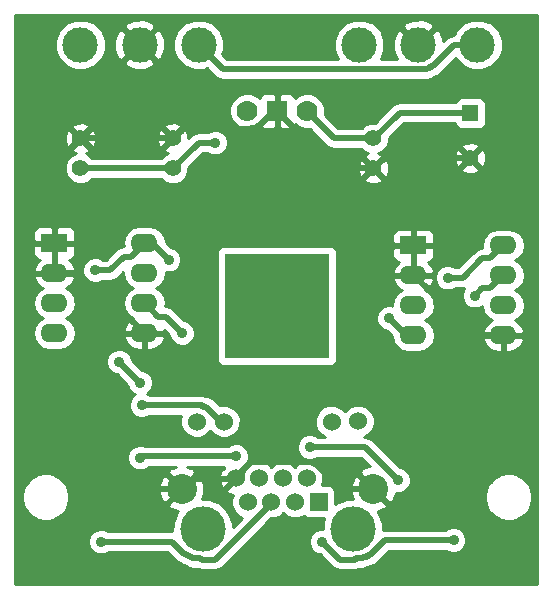
<source format=gbl>
G04 (created by PCBNEW (2013-07-07 BZR 4022)-stable) date 2014-10-22 23:03:19*
%MOIN*%
G04 Gerber Fmt 3.4, Leading zero omitted, Abs format*
%FSLAX34Y34*%
G01*
G70*
G90*
G04 APERTURE LIST*
%ADD10C,0.00393701*%
%ADD11C,0.11811*%
%ADD12C,0.055*%
%ADD13R,0.09X0.062*%
%ADD14O,0.09X0.062*%
%ADD15R,0.35X0.35*%
%ADD16C,0.07*%
%ADD17R,0.07X0.07*%
%ADD18C,0.1516*%
%ADD19C,0.06*%
%ADD20C,0.1*%
%ADD21R,0.06X0.06*%
%ADD22R,0.055X0.055*%
%ADD23C,0.035*%
%ADD24C,0.0197*%
%ADD25C,0.01*%
G04 APERTURE END LIST*
G54D10*
G54D11*
X52362Y-49133D03*
X56299Y-49133D03*
X54330Y-49133D03*
X61653Y-49133D03*
X65590Y-49133D03*
X63622Y-49133D03*
G54D12*
X52362Y-52255D03*
X52362Y-53255D03*
X62125Y-53255D03*
X62125Y-52255D03*
G54D13*
X63460Y-55822D03*
G54D14*
X63460Y-56822D03*
X63460Y-57822D03*
X63460Y-58822D03*
X66460Y-58822D03*
X66460Y-57822D03*
X66460Y-56822D03*
X66460Y-55822D03*
G54D13*
X51492Y-55744D03*
G54D14*
X51492Y-56744D03*
X51492Y-57744D03*
X51492Y-58744D03*
X54492Y-58744D03*
X54492Y-57744D03*
X54492Y-56744D03*
X54492Y-55744D03*
G54D15*
X58917Y-57839D03*
G54D16*
X59917Y-51339D03*
G54D17*
X58917Y-51339D03*
G54D16*
X57917Y-51339D03*
G54D18*
X61437Y-65276D03*
X56437Y-65276D03*
G54D19*
X57540Y-63583D03*
X57934Y-64370D03*
X58327Y-63583D03*
X58721Y-64370D03*
X59115Y-63583D03*
X59508Y-64370D03*
X59902Y-63583D03*
G54D20*
X62126Y-63937D03*
X55729Y-63937D03*
G54D19*
X57146Y-61693D03*
X60729Y-61693D03*
X56241Y-61693D03*
X61615Y-61683D03*
G54D21*
X60296Y-64370D03*
G54D22*
X65354Y-51415D03*
G54D12*
X65354Y-52915D03*
X55433Y-53255D03*
X55433Y-52255D03*
G54D23*
X55300Y-56300D03*
X64600Y-56900D03*
X52850Y-56650D03*
X56850Y-52400D03*
X53250Y-62500D03*
X62650Y-58250D03*
X65500Y-57500D03*
X62950Y-63650D03*
X60000Y-62550D03*
X60400Y-65700D03*
X64800Y-65650D03*
X55750Y-58750D03*
X53050Y-65700D03*
X54350Y-62900D03*
X57550Y-62850D03*
X54350Y-60400D03*
X53650Y-59700D03*
X54400Y-61150D03*
G54D24*
X55300Y-56300D02*
X54750Y-55750D01*
X54750Y-55750D02*
X54500Y-55750D01*
X54500Y-55750D02*
X54492Y-55744D01*
X66460Y-55822D02*
X66450Y-55800D01*
X66450Y-55800D02*
X66000Y-56250D01*
X66000Y-56250D02*
X65750Y-56250D01*
X65750Y-56250D02*
X65100Y-56900D01*
X65100Y-56900D02*
X64600Y-56900D01*
X54492Y-55744D02*
X54500Y-55750D01*
X54500Y-55750D02*
X54050Y-56200D01*
X54050Y-56200D02*
X53800Y-56200D01*
X53800Y-56200D02*
X53350Y-56650D01*
X53350Y-56650D02*
X52850Y-56650D01*
X55433Y-53255D02*
X55450Y-53250D01*
X55450Y-53250D02*
X56300Y-52400D01*
X56300Y-52400D02*
X56850Y-52400D01*
X56299Y-49133D02*
X56300Y-49150D01*
X56300Y-49150D02*
X57100Y-49950D01*
X57100Y-49950D02*
X63900Y-49950D01*
X63900Y-49950D02*
X63950Y-49900D01*
X63950Y-49900D02*
X64000Y-49900D01*
X64000Y-49900D02*
X64050Y-49850D01*
X64050Y-49850D02*
X64100Y-49850D01*
X64100Y-49850D02*
X64800Y-49150D01*
X64800Y-49150D02*
X65600Y-49150D01*
X65600Y-49150D02*
X65590Y-49133D01*
X55433Y-53255D02*
X55450Y-53250D01*
X55450Y-53250D02*
X52350Y-53250D01*
X52350Y-53250D02*
X52362Y-53255D01*
X53250Y-62500D02*
X54700Y-63950D01*
X54700Y-63950D02*
X55750Y-63950D01*
X55750Y-63950D02*
X55729Y-63937D01*
X63460Y-56822D02*
X63450Y-56800D01*
X63450Y-56800D02*
X63900Y-57250D01*
X63900Y-57250D02*
X64150Y-57250D01*
X64150Y-57250D02*
X65700Y-58800D01*
X65700Y-58800D02*
X66450Y-58800D01*
X66450Y-58800D02*
X66460Y-58822D01*
X54492Y-58744D02*
X54500Y-58750D01*
X54500Y-58750D02*
X54050Y-58300D01*
X54050Y-58300D02*
X53800Y-58300D01*
X53800Y-58300D02*
X52250Y-56750D01*
X52250Y-56750D02*
X51500Y-56750D01*
X51500Y-56750D02*
X51492Y-56744D01*
X58917Y-51339D02*
X58900Y-51350D01*
X58900Y-51350D02*
X60800Y-53250D01*
X60800Y-53250D02*
X62150Y-53250D01*
X62150Y-53250D02*
X62125Y-53255D01*
X55433Y-52255D02*
X55450Y-52250D01*
X55450Y-52250D02*
X55750Y-51950D01*
X55750Y-51950D02*
X58000Y-51950D01*
X58000Y-51950D02*
X58050Y-51900D01*
X58050Y-51900D02*
X58200Y-51900D01*
X58200Y-51900D02*
X58300Y-51800D01*
X58300Y-51800D02*
X58350Y-51800D01*
X58350Y-51800D02*
X58800Y-51350D01*
X58800Y-51350D02*
X58900Y-51350D01*
X58900Y-51350D02*
X58917Y-51339D01*
X57540Y-63583D02*
X57550Y-63600D01*
X57550Y-63600D02*
X57550Y-63550D01*
X57550Y-63550D02*
X58050Y-63050D01*
X58050Y-63050D02*
X60100Y-63050D01*
X60100Y-63050D02*
X60150Y-63100D01*
X60150Y-63100D02*
X60200Y-63100D01*
X60200Y-63100D02*
X61050Y-63950D01*
X61050Y-63950D02*
X62150Y-63950D01*
X62150Y-63950D02*
X62126Y-63937D01*
X62125Y-53255D02*
X62150Y-53250D01*
X62150Y-53250D02*
X62500Y-52900D01*
X62500Y-52900D02*
X65350Y-52900D01*
X65350Y-52900D02*
X65354Y-52915D01*
X52362Y-52255D02*
X52350Y-52250D01*
X52350Y-52250D02*
X55450Y-52250D01*
X55450Y-52250D02*
X55433Y-52255D01*
X55729Y-63937D02*
X55750Y-63950D01*
X55750Y-63950D02*
X56100Y-63600D01*
X56100Y-63600D02*
X57550Y-63600D01*
X57550Y-63600D02*
X57540Y-63583D01*
X62650Y-58250D02*
X63200Y-58800D01*
X63200Y-58800D02*
X63450Y-58800D01*
X63450Y-58800D02*
X63460Y-58822D01*
X66460Y-56822D02*
X66450Y-56800D01*
X66450Y-56800D02*
X66000Y-57250D01*
X66000Y-57250D02*
X65750Y-57250D01*
X65750Y-57250D02*
X65500Y-57500D01*
X62950Y-63650D02*
X61850Y-62550D01*
X61850Y-62550D02*
X60000Y-62550D01*
X60400Y-65700D02*
X61000Y-66300D01*
X61000Y-66300D02*
X61500Y-66300D01*
X61500Y-66300D02*
X61550Y-66250D01*
X61550Y-66250D02*
X61750Y-66250D01*
X61750Y-66250D02*
X61800Y-66200D01*
X61800Y-66200D02*
X61900Y-66200D01*
X61900Y-66200D02*
X61950Y-66150D01*
X61950Y-66150D02*
X62000Y-66150D01*
X62000Y-66150D02*
X62500Y-65650D01*
X62500Y-65650D02*
X64800Y-65650D01*
X54492Y-57744D02*
X54500Y-57750D01*
X54500Y-57750D02*
X54950Y-58200D01*
X54950Y-58200D02*
X55200Y-58200D01*
X55200Y-58200D02*
X55750Y-58750D01*
X58721Y-64370D02*
X58700Y-64350D01*
X58700Y-64350D02*
X58700Y-64450D01*
X58700Y-64450D02*
X56850Y-66300D01*
X56850Y-66300D02*
X56400Y-66300D01*
X56400Y-66300D02*
X56350Y-66250D01*
X56350Y-66250D02*
X56100Y-66250D01*
X56100Y-66250D02*
X56050Y-66200D01*
X56050Y-66200D02*
X56000Y-66200D01*
X56000Y-66200D02*
X55950Y-66150D01*
X55950Y-66150D02*
X55900Y-66150D01*
X55900Y-66150D02*
X55850Y-66100D01*
X55850Y-66100D02*
X55800Y-66100D01*
X55800Y-66100D02*
X55400Y-65700D01*
X55400Y-65700D02*
X53050Y-65700D01*
X62125Y-52255D02*
X62150Y-52250D01*
X62150Y-52250D02*
X63000Y-51400D01*
X63000Y-51400D02*
X65350Y-51400D01*
X65350Y-51400D02*
X65354Y-51415D01*
X59917Y-51339D02*
X59900Y-51350D01*
X59900Y-51350D02*
X60800Y-52250D01*
X60800Y-52250D02*
X62150Y-52250D01*
X62150Y-52250D02*
X62125Y-52255D01*
X54350Y-62900D02*
X54400Y-62850D01*
X54400Y-62850D02*
X57550Y-62850D01*
X54350Y-60400D02*
X53650Y-59700D01*
X54400Y-61150D02*
X56400Y-61150D01*
X56400Y-61150D02*
X56450Y-61200D01*
X56450Y-61200D02*
X56550Y-61200D01*
X56550Y-61200D02*
X57050Y-61700D01*
X57050Y-61700D02*
X57150Y-61700D01*
X57150Y-61700D02*
X57146Y-61693D01*
G54D10*
G36*
X67588Y-67116D02*
X67425Y-67116D01*
X67425Y-64276D01*
X67425Y-64213D01*
X67425Y-64149D01*
X67425Y-64149D01*
X67425Y-64149D01*
X67389Y-63968D01*
X67389Y-63968D01*
X67341Y-63851D01*
X67238Y-63697D01*
X67174Y-63633D01*
X67174Y-57822D01*
X67131Y-57608D01*
X67010Y-57426D01*
X66854Y-57322D01*
X67010Y-57218D01*
X67131Y-57037D01*
X67174Y-56822D01*
X67131Y-56608D01*
X67010Y-56426D01*
X66854Y-56322D01*
X67010Y-56218D01*
X67131Y-56037D01*
X67174Y-55822D01*
X67131Y-55608D01*
X67010Y-55426D01*
X66828Y-55305D01*
X66614Y-55262D01*
X66431Y-55262D01*
X66431Y-48967D01*
X66303Y-48658D01*
X66067Y-48421D01*
X65758Y-48293D01*
X65424Y-48293D01*
X65115Y-48420D01*
X64878Y-48657D01*
X64818Y-48801D01*
X64800Y-48801D01*
X64799Y-48801D01*
X64666Y-48828D01*
X64553Y-48903D01*
X64553Y-48903D01*
X64460Y-48997D01*
X64459Y-48950D01*
X64343Y-48671D01*
X64218Y-48608D01*
X64147Y-48679D01*
X64147Y-48537D01*
X64084Y-48412D01*
X63773Y-48290D01*
X63438Y-48296D01*
X63159Y-48412D01*
X63096Y-48537D01*
X63622Y-49063D01*
X64147Y-48537D01*
X64147Y-48679D01*
X63692Y-49133D01*
X63698Y-49139D01*
X63627Y-49210D01*
X63622Y-49204D01*
X63616Y-49210D01*
X63545Y-49139D01*
X63551Y-49133D01*
X63025Y-48608D01*
X62900Y-48671D01*
X62778Y-48982D01*
X62784Y-49317D01*
X62900Y-49596D01*
X62910Y-49601D01*
X62369Y-49601D01*
X62493Y-49301D01*
X62494Y-48967D01*
X62366Y-48658D01*
X62130Y-48421D01*
X61821Y-48293D01*
X61487Y-48293D01*
X61178Y-48420D01*
X60941Y-48657D01*
X60813Y-48965D01*
X60812Y-49300D01*
X60937Y-49601D01*
X57244Y-49601D01*
X57082Y-49439D01*
X57139Y-49301D01*
X57139Y-48967D01*
X57012Y-48658D01*
X56775Y-48421D01*
X56467Y-48293D01*
X56132Y-48293D01*
X55823Y-48420D01*
X55587Y-48657D01*
X55458Y-48965D01*
X55458Y-49300D01*
X55586Y-49609D01*
X55822Y-49846D01*
X56131Y-49974D01*
X56465Y-49974D01*
X56583Y-49926D01*
X56853Y-50196D01*
X56853Y-50196D01*
X56966Y-50271D01*
X57099Y-50298D01*
X57099Y-50298D01*
X57100Y-50298D01*
X63900Y-50298D01*
X64033Y-50271D01*
X64033Y-50271D01*
X64097Y-50229D01*
X64097Y-50229D01*
X64097Y-50229D01*
X64133Y-50221D01*
X64133Y-50221D01*
X64197Y-50179D01*
X64197Y-50179D01*
X64197Y-50179D01*
X64233Y-50171D01*
X64233Y-50171D01*
X64346Y-50096D01*
X64864Y-49578D01*
X64877Y-49609D01*
X65113Y-49846D01*
X65422Y-49974D01*
X65757Y-49974D01*
X66066Y-49846D01*
X66302Y-49610D01*
X66430Y-49301D01*
X66431Y-48967D01*
X66431Y-55262D01*
X66306Y-55262D01*
X66092Y-55305D01*
X65910Y-55426D01*
X65884Y-55466D01*
X65884Y-52991D01*
X65879Y-52901D01*
X65879Y-51640D01*
X65879Y-51090D01*
X65841Y-50998D01*
X65771Y-50928D01*
X65679Y-50890D01*
X65579Y-50890D01*
X65029Y-50890D01*
X64937Y-50928D01*
X64867Y-50998D01*
X64845Y-51051D01*
X63000Y-51051D01*
X62866Y-51078D01*
X62753Y-51153D01*
X62176Y-51730D01*
X62022Y-51730D01*
X61828Y-51810D01*
X61737Y-51901D01*
X60944Y-51901D01*
X60512Y-51469D01*
X60516Y-51458D01*
X60517Y-51220D01*
X60425Y-50999D01*
X60257Y-50830D01*
X60036Y-50739D01*
X59798Y-50738D01*
X59577Y-50830D01*
X59502Y-50904D01*
X59479Y-50847D01*
X59408Y-50777D01*
X59316Y-50739D01*
X59217Y-50738D01*
X59029Y-50739D01*
X58967Y-50801D01*
X58967Y-51289D01*
X58974Y-51289D01*
X58974Y-51389D01*
X58967Y-51389D01*
X58967Y-51876D01*
X59029Y-51939D01*
X59217Y-51939D01*
X59316Y-51938D01*
X59408Y-51900D01*
X59479Y-51830D01*
X59502Y-51773D01*
X59576Y-51847D01*
X59797Y-51938D01*
X59996Y-51939D01*
X60553Y-52496D01*
X60666Y-52571D01*
X60666Y-52571D01*
X60800Y-52598D01*
X61726Y-52598D01*
X61828Y-52700D01*
X61954Y-52753D01*
X61853Y-52795D01*
X61828Y-52888D01*
X62125Y-53185D01*
X62423Y-52888D01*
X62398Y-52795D01*
X62288Y-52756D01*
X62422Y-52701D01*
X62570Y-52553D01*
X62650Y-52360D01*
X62650Y-52241D01*
X63144Y-51748D01*
X64832Y-51748D01*
X64867Y-51831D01*
X64937Y-51902D01*
X65029Y-51940D01*
X65128Y-51940D01*
X65678Y-51940D01*
X65770Y-51902D01*
X65841Y-51832D01*
X65879Y-51740D01*
X65879Y-51640D01*
X65879Y-52901D01*
X65872Y-52782D01*
X65814Y-52642D01*
X65722Y-52618D01*
X65651Y-52688D01*
X65651Y-52547D01*
X65627Y-52454D01*
X65430Y-52385D01*
X65221Y-52396D01*
X65081Y-52454D01*
X65057Y-52547D01*
X65354Y-52844D01*
X65651Y-52547D01*
X65651Y-52688D01*
X65425Y-52915D01*
X65722Y-53212D01*
X65814Y-53188D01*
X65884Y-52991D01*
X65884Y-55466D01*
X65789Y-55608D01*
X65746Y-55822D01*
X65762Y-55901D01*
X65750Y-55901D01*
X65651Y-55921D01*
X65651Y-53283D01*
X65354Y-52986D01*
X65283Y-53056D01*
X65283Y-52915D01*
X64986Y-52618D01*
X64893Y-52642D01*
X64824Y-52839D01*
X64835Y-53048D01*
X64893Y-53188D01*
X64986Y-53212D01*
X65283Y-52915D01*
X65283Y-53056D01*
X65057Y-53283D01*
X65081Y-53375D01*
X65278Y-53445D01*
X65487Y-53433D01*
X65627Y-53375D01*
X65651Y-53283D01*
X65651Y-55921D01*
X65616Y-55928D01*
X65503Y-56003D01*
X65503Y-56003D01*
X64955Y-56551D01*
X64852Y-56551D01*
X64841Y-56539D01*
X64684Y-56475D01*
X64515Y-56474D01*
X64359Y-56539D01*
X64239Y-56658D01*
X64175Y-56815D01*
X64174Y-56984D01*
X64239Y-57140D01*
X64358Y-57260D01*
X64515Y-57324D01*
X64684Y-57325D01*
X64840Y-57260D01*
X64852Y-57248D01*
X65100Y-57248D01*
X65162Y-57235D01*
X65139Y-57258D01*
X65075Y-57415D01*
X65074Y-57584D01*
X65139Y-57740D01*
X65258Y-57860D01*
X65415Y-57924D01*
X65584Y-57925D01*
X65740Y-57860D01*
X65752Y-57848D01*
X65789Y-58037D01*
X65910Y-58218D01*
X66066Y-58322D01*
X66060Y-58324D01*
X65889Y-58462D01*
X65784Y-58654D01*
X65777Y-58686D01*
X65825Y-58772D01*
X66410Y-58772D01*
X66410Y-58764D01*
X66510Y-58764D01*
X66510Y-58772D01*
X67095Y-58772D01*
X67143Y-58686D01*
X67137Y-58654D01*
X67031Y-58462D01*
X66861Y-58324D01*
X66854Y-58322D01*
X67010Y-58218D01*
X67131Y-58037D01*
X67174Y-57822D01*
X67174Y-63633D01*
X67148Y-63608D01*
X67148Y-63607D01*
X67143Y-63604D01*
X67143Y-58959D01*
X67095Y-58872D01*
X66510Y-58872D01*
X66510Y-59382D01*
X66650Y-59382D01*
X66861Y-59321D01*
X67031Y-59183D01*
X67137Y-58990D01*
X67143Y-58959D01*
X67143Y-63604D01*
X66995Y-63505D01*
X66878Y-63457D01*
X66877Y-63457D01*
X66697Y-63421D01*
X66697Y-63421D01*
X66570Y-63421D01*
X66410Y-63453D01*
X66410Y-59382D01*
X66410Y-58872D01*
X65825Y-58872D01*
X65777Y-58959D01*
X65784Y-58990D01*
X65889Y-59183D01*
X66060Y-59321D01*
X66270Y-59382D01*
X66410Y-59382D01*
X66410Y-63453D01*
X66389Y-63457D01*
X66389Y-63457D01*
X66272Y-63505D01*
X66118Y-63608D01*
X66029Y-63698D01*
X66028Y-63698D01*
X65926Y-63851D01*
X65878Y-63968D01*
X65878Y-63969D01*
X65842Y-64149D01*
X65842Y-64149D01*
X65842Y-64149D01*
X65842Y-64213D01*
X65842Y-64276D01*
X65842Y-64276D01*
X65842Y-64276D01*
X65878Y-64456D01*
X65878Y-64457D01*
X65926Y-64574D01*
X66028Y-64727D01*
X66029Y-64727D01*
X66118Y-64817D01*
X66272Y-64920D01*
X66389Y-64968D01*
X66389Y-64968D01*
X66570Y-65004D01*
X66697Y-65004D01*
X66697Y-65004D01*
X66877Y-64968D01*
X66878Y-64968D01*
X66995Y-64920D01*
X67148Y-64818D01*
X67148Y-64817D01*
X67238Y-64728D01*
X67341Y-64574D01*
X67389Y-64457D01*
X67389Y-64457D01*
X67425Y-64276D01*
X67425Y-64276D01*
X67425Y-64276D01*
X67425Y-67116D01*
X65225Y-67116D01*
X65225Y-65565D01*
X65160Y-65409D01*
X65041Y-65289D01*
X64884Y-65225D01*
X64715Y-65224D01*
X64559Y-65289D01*
X64547Y-65301D01*
X64174Y-65301D01*
X64174Y-58822D01*
X64131Y-58608D01*
X64010Y-58426D01*
X63854Y-58322D01*
X64010Y-58218D01*
X64131Y-58037D01*
X64174Y-57822D01*
X64160Y-57754D01*
X64160Y-56182D01*
X64160Y-55463D01*
X64122Y-55371D01*
X64052Y-55301D01*
X63960Y-55262D01*
X63861Y-55262D01*
X63573Y-55262D01*
X63510Y-55325D01*
X63510Y-55772D01*
X64098Y-55772D01*
X64160Y-55710D01*
X64160Y-55463D01*
X64160Y-56182D01*
X64160Y-55935D01*
X64098Y-55872D01*
X63510Y-55872D01*
X63510Y-56262D01*
X63510Y-56320D01*
X63510Y-56772D01*
X64095Y-56772D01*
X64143Y-56686D01*
X64137Y-56654D01*
X64031Y-56462D01*
X63933Y-56382D01*
X63960Y-56382D01*
X64052Y-56344D01*
X64122Y-56274D01*
X64160Y-56182D01*
X64160Y-57754D01*
X64131Y-57608D01*
X64010Y-57426D01*
X63854Y-57322D01*
X63861Y-57321D01*
X64031Y-57183D01*
X64137Y-56990D01*
X64143Y-56959D01*
X64095Y-56872D01*
X63510Y-56872D01*
X63510Y-56880D01*
X63410Y-56880D01*
X63410Y-56872D01*
X63410Y-56772D01*
X63410Y-56320D01*
X63410Y-56262D01*
X63410Y-55872D01*
X63410Y-55772D01*
X63410Y-55325D01*
X63348Y-55262D01*
X63060Y-55262D01*
X62960Y-55262D01*
X62868Y-55301D01*
X62798Y-55371D01*
X62760Y-55463D01*
X62760Y-55710D01*
X62823Y-55772D01*
X63410Y-55772D01*
X63410Y-55872D01*
X62823Y-55872D01*
X62760Y-55935D01*
X62760Y-56182D01*
X62798Y-56274D01*
X62868Y-56344D01*
X62960Y-56382D01*
X62987Y-56382D01*
X62889Y-56462D01*
X62784Y-56654D01*
X62777Y-56686D01*
X62825Y-56772D01*
X63410Y-56772D01*
X63410Y-56872D01*
X62825Y-56872D01*
X62777Y-56959D01*
X62784Y-56990D01*
X62889Y-57183D01*
X63060Y-57321D01*
X63066Y-57322D01*
X62910Y-57426D01*
X62789Y-57608D01*
X62746Y-57822D01*
X62748Y-57830D01*
X62734Y-57825D01*
X62655Y-57825D01*
X62655Y-53331D01*
X62644Y-53123D01*
X62586Y-52983D01*
X62493Y-52958D01*
X62196Y-53255D01*
X62493Y-53552D01*
X62586Y-53528D01*
X62655Y-53331D01*
X62655Y-57825D01*
X62565Y-57824D01*
X62423Y-57883D01*
X62423Y-53623D01*
X62125Y-53326D01*
X62055Y-53397D01*
X62055Y-53255D01*
X61758Y-52958D01*
X61665Y-52983D01*
X61596Y-53180D01*
X61607Y-53388D01*
X61665Y-53528D01*
X61758Y-53552D01*
X62055Y-53255D01*
X62055Y-53397D01*
X61828Y-53623D01*
X61853Y-53716D01*
X62050Y-53785D01*
X62258Y-53774D01*
X62398Y-53716D01*
X62423Y-53623D01*
X62423Y-57883D01*
X62409Y-57889D01*
X62289Y-58008D01*
X62225Y-58165D01*
X62224Y-58334D01*
X62289Y-58490D01*
X62408Y-58610D01*
X62565Y-58674D01*
X62582Y-58674D01*
X62751Y-58843D01*
X62789Y-59037D01*
X62910Y-59218D01*
X63092Y-59340D01*
X63306Y-59382D01*
X63614Y-59382D01*
X63828Y-59340D01*
X64010Y-59218D01*
X64131Y-59037D01*
X64174Y-58822D01*
X64174Y-65301D01*
X63375Y-65301D01*
X63375Y-63565D01*
X63310Y-63409D01*
X63191Y-63289D01*
X63034Y-63225D01*
X63017Y-63225D01*
X62096Y-62303D01*
X61983Y-62228D01*
X61850Y-62201D01*
X61800Y-62201D01*
X61926Y-62149D01*
X62080Y-61994D01*
X62164Y-61792D01*
X62165Y-61574D01*
X62081Y-61371D01*
X61926Y-61217D01*
X61724Y-61133D01*
X61506Y-61132D01*
X61303Y-61216D01*
X61166Y-61353D01*
X61040Y-61227D01*
X60917Y-61175D01*
X60917Y-59539D01*
X60917Y-56039D01*
X60879Y-55947D01*
X60808Y-55877D01*
X60716Y-55839D01*
X60617Y-55838D01*
X58867Y-55838D01*
X58867Y-51876D01*
X58867Y-51389D01*
X58859Y-51389D01*
X58859Y-51289D01*
X58867Y-51289D01*
X58867Y-50801D01*
X58804Y-50739D01*
X58616Y-50738D01*
X58517Y-50739D01*
X58425Y-50777D01*
X58354Y-50847D01*
X58331Y-50904D01*
X58257Y-50830D01*
X58036Y-50739D01*
X57798Y-50738D01*
X57577Y-50830D01*
X57408Y-50998D01*
X57317Y-51219D01*
X57316Y-51457D01*
X57408Y-51678D01*
X57576Y-51847D01*
X57797Y-51938D01*
X58035Y-51939D01*
X58256Y-51847D01*
X58331Y-51773D01*
X58354Y-51830D01*
X58425Y-51900D01*
X58517Y-51938D01*
X58616Y-51939D01*
X58804Y-51939D01*
X58867Y-51876D01*
X58867Y-55838D01*
X57275Y-55838D01*
X57275Y-52315D01*
X57210Y-52159D01*
X57091Y-52039D01*
X56934Y-51975D01*
X56765Y-51974D01*
X56609Y-52039D01*
X56597Y-52051D01*
X56300Y-52051D01*
X56166Y-52078D01*
X56053Y-52153D01*
X55958Y-52248D01*
X55951Y-52123D01*
X55893Y-51983D01*
X55800Y-51958D01*
X55730Y-52029D01*
X55730Y-51888D01*
X55705Y-51795D01*
X55508Y-51726D01*
X55300Y-51737D01*
X55174Y-51789D01*
X55174Y-49284D01*
X55167Y-48950D01*
X55052Y-48671D01*
X54926Y-48608D01*
X54856Y-48679D01*
X54856Y-48537D01*
X54793Y-48412D01*
X54481Y-48290D01*
X54147Y-48296D01*
X53868Y-48412D01*
X53805Y-48537D01*
X54330Y-49063D01*
X54856Y-48537D01*
X54856Y-48679D01*
X54401Y-49133D01*
X54926Y-49659D01*
X55052Y-49596D01*
X55174Y-49284D01*
X55174Y-51789D01*
X55160Y-51795D01*
X55135Y-51888D01*
X55433Y-52185D01*
X55730Y-51888D01*
X55730Y-52029D01*
X55503Y-52255D01*
X55509Y-52261D01*
X55438Y-52332D01*
X55433Y-52326D01*
X55362Y-52397D01*
X55362Y-52255D01*
X55065Y-51958D01*
X54972Y-51983D01*
X54903Y-52180D01*
X54914Y-52388D01*
X54972Y-52528D01*
X55065Y-52552D01*
X55362Y-52255D01*
X55362Y-52397D01*
X55135Y-52623D01*
X55160Y-52716D01*
X55270Y-52755D01*
X55136Y-52810D01*
X55044Y-52901D01*
X54856Y-52901D01*
X54856Y-49729D01*
X54330Y-49204D01*
X54259Y-49275D01*
X54259Y-49133D01*
X53734Y-48608D01*
X53609Y-48671D01*
X53487Y-48982D01*
X53493Y-49317D01*
X53609Y-49596D01*
X53734Y-49659D01*
X54259Y-49133D01*
X54259Y-49275D01*
X53805Y-49729D01*
X53868Y-49855D01*
X54179Y-49977D01*
X54513Y-49971D01*
X54793Y-49855D01*
X54856Y-49729D01*
X54856Y-52901D01*
X53202Y-52901D01*
X53202Y-48967D01*
X53075Y-48658D01*
X52838Y-48421D01*
X52530Y-48293D01*
X52195Y-48293D01*
X51886Y-48420D01*
X51650Y-48657D01*
X51521Y-48965D01*
X51521Y-49300D01*
X51649Y-49609D01*
X51885Y-49846D01*
X52194Y-49974D01*
X52528Y-49974D01*
X52837Y-49846D01*
X53074Y-49610D01*
X53202Y-49301D01*
X53202Y-48967D01*
X53202Y-52901D01*
X52892Y-52901D01*
X52892Y-52331D01*
X52880Y-52123D01*
X52822Y-51983D01*
X52729Y-51958D01*
X52659Y-52029D01*
X52659Y-51888D01*
X52635Y-51795D01*
X52438Y-51726D01*
X52229Y-51737D01*
X52089Y-51795D01*
X52065Y-51888D01*
X52362Y-52185D01*
X52659Y-51888D01*
X52659Y-52029D01*
X52432Y-52255D01*
X52729Y-52552D01*
X52822Y-52528D01*
X52892Y-52331D01*
X52892Y-52901D01*
X52750Y-52901D01*
X52659Y-52811D01*
X52533Y-52758D01*
X52635Y-52716D01*
X52659Y-52623D01*
X52362Y-52326D01*
X52291Y-52397D01*
X52291Y-52255D01*
X51994Y-51958D01*
X51901Y-51983D01*
X51832Y-52180D01*
X51843Y-52388D01*
X51901Y-52528D01*
X51994Y-52552D01*
X52291Y-52255D01*
X52291Y-52397D01*
X52065Y-52623D01*
X52089Y-52716D01*
X52199Y-52755D01*
X52065Y-52810D01*
X51917Y-52958D01*
X51837Y-53151D01*
X51837Y-53359D01*
X51916Y-53552D01*
X52064Y-53700D01*
X52257Y-53780D01*
X52466Y-53780D01*
X52659Y-53701D01*
X52762Y-53598D01*
X55033Y-53598D01*
X55135Y-53700D01*
X55328Y-53780D01*
X55537Y-53780D01*
X55730Y-53701D01*
X55877Y-53553D01*
X55957Y-53360D01*
X55958Y-53234D01*
X56444Y-52748D01*
X56597Y-52748D01*
X56608Y-52760D01*
X56765Y-52824D01*
X56934Y-52825D01*
X57090Y-52760D01*
X57210Y-52641D01*
X57274Y-52484D01*
X57275Y-52315D01*
X57275Y-55838D01*
X57117Y-55838D01*
X57025Y-55876D01*
X56955Y-55947D01*
X56917Y-56039D01*
X56916Y-56138D01*
X56916Y-59638D01*
X56954Y-59730D01*
X57025Y-59800D01*
X57117Y-59838D01*
X57216Y-59839D01*
X60716Y-59839D01*
X60808Y-59801D01*
X60878Y-59730D01*
X60916Y-59638D01*
X60917Y-59539D01*
X60917Y-61175D01*
X60838Y-61143D01*
X60620Y-61142D01*
X60417Y-61226D01*
X60263Y-61381D01*
X60179Y-61583D01*
X60178Y-61801D01*
X60262Y-62004D01*
X60417Y-62158D01*
X60519Y-62201D01*
X60252Y-62201D01*
X60241Y-62189D01*
X60084Y-62125D01*
X59915Y-62124D01*
X59759Y-62189D01*
X59639Y-62308D01*
X59575Y-62465D01*
X59574Y-62634D01*
X59639Y-62790D01*
X59758Y-62910D01*
X59915Y-62974D01*
X60084Y-62975D01*
X60240Y-62910D01*
X60252Y-62898D01*
X61705Y-62898D01*
X61997Y-63190D01*
X61957Y-63191D01*
X61717Y-63290D01*
X61666Y-63406D01*
X62126Y-63866D01*
X62131Y-63860D01*
X62202Y-63931D01*
X62196Y-63937D01*
X62656Y-64396D01*
X62772Y-64345D01*
X62876Y-64074D01*
X63034Y-64075D01*
X63190Y-64010D01*
X63310Y-63891D01*
X63374Y-63734D01*
X63375Y-63565D01*
X63375Y-65301D01*
X62500Y-65301D01*
X62444Y-65312D01*
X62445Y-65076D01*
X62292Y-64705D01*
X62269Y-64683D01*
X62294Y-64682D01*
X62534Y-64583D01*
X62585Y-64467D01*
X62126Y-64007D01*
X62120Y-64013D01*
X62049Y-63942D01*
X62055Y-63937D01*
X61595Y-63477D01*
X61479Y-63528D01*
X61372Y-63807D01*
X61380Y-64105D01*
X61447Y-64268D01*
X61237Y-64267D01*
X60866Y-64420D01*
X60846Y-64441D01*
X60846Y-64020D01*
X60808Y-63928D01*
X60737Y-63858D01*
X60645Y-63820D01*
X60546Y-63819D01*
X60399Y-63819D01*
X60451Y-63692D01*
X60452Y-63474D01*
X60368Y-63271D01*
X60213Y-63117D01*
X60011Y-63033D01*
X59793Y-63032D01*
X59590Y-63116D01*
X59508Y-63198D01*
X59426Y-63117D01*
X59224Y-63033D01*
X59006Y-63032D01*
X58803Y-63116D01*
X58720Y-63199D01*
X58638Y-63117D01*
X58436Y-63033D01*
X58218Y-63032D01*
X58015Y-63116D01*
X57975Y-63157D01*
X57975Y-62765D01*
X57910Y-62609D01*
X57791Y-62489D01*
X57696Y-62450D01*
X57696Y-61584D01*
X57612Y-61381D01*
X57457Y-61227D01*
X57255Y-61143D01*
X57037Y-61142D01*
X57000Y-61157D01*
X56796Y-60953D01*
X56683Y-60878D01*
X56576Y-60856D01*
X56576Y-60856D01*
X56533Y-60828D01*
X56400Y-60801D01*
X56175Y-60801D01*
X56175Y-58665D01*
X56110Y-58509D01*
X55991Y-58389D01*
X55834Y-58325D01*
X55817Y-58325D01*
X55446Y-57953D01*
X55333Y-57878D01*
X55200Y-57851D01*
X55184Y-57851D01*
X55205Y-57744D01*
X55163Y-57529D01*
X55041Y-57348D01*
X54886Y-57244D01*
X55041Y-57140D01*
X55163Y-56958D01*
X55205Y-56744D01*
X55200Y-56719D01*
X55215Y-56724D01*
X55384Y-56725D01*
X55540Y-56660D01*
X55660Y-56541D01*
X55724Y-56384D01*
X55725Y-56215D01*
X55660Y-56059D01*
X55541Y-55939D01*
X55384Y-55875D01*
X55367Y-55875D01*
X55198Y-55705D01*
X55163Y-55529D01*
X55041Y-55348D01*
X54860Y-55226D01*
X54645Y-55184D01*
X54338Y-55184D01*
X54124Y-55226D01*
X53942Y-55348D01*
X53821Y-55529D01*
X53778Y-55744D01*
X53799Y-55851D01*
X53666Y-55878D01*
X53553Y-55953D01*
X53205Y-56301D01*
X53102Y-56301D01*
X53091Y-56289D01*
X52934Y-56225D01*
X52765Y-56224D01*
X52609Y-56289D01*
X52489Y-56408D01*
X52425Y-56565D01*
X52424Y-56734D01*
X52489Y-56890D01*
X52608Y-57010D01*
X52765Y-57074D01*
X52934Y-57075D01*
X53090Y-57010D01*
X53102Y-56998D01*
X53350Y-56998D01*
X53483Y-56971D01*
X53483Y-56971D01*
X53596Y-56896D01*
X53785Y-56707D01*
X53778Y-56744D01*
X53821Y-56958D01*
X53942Y-57140D01*
X54098Y-57244D01*
X53942Y-57348D01*
X53821Y-57529D01*
X53778Y-57744D01*
X53821Y-57958D01*
X53942Y-58140D01*
X54097Y-58243D01*
X54091Y-58245D01*
X53920Y-58383D01*
X53815Y-58575D01*
X53809Y-58607D01*
X53857Y-58694D01*
X54442Y-58694D01*
X54442Y-58686D01*
X54542Y-58686D01*
X54542Y-58694D01*
X55127Y-58694D01*
X55153Y-58646D01*
X55324Y-58817D01*
X55324Y-58834D01*
X55389Y-58990D01*
X55508Y-59110D01*
X55665Y-59174D01*
X55834Y-59175D01*
X55990Y-59110D01*
X56110Y-58991D01*
X56174Y-58834D01*
X56175Y-58665D01*
X56175Y-60801D01*
X55175Y-60801D01*
X55175Y-58880D01*
X55127Y-58794D01*
X54542Y-58794D01*
X54542Y-59304D01*
X54682Y-59304D01*
X54892Y-59242D01*
X55063Y-59104D01*
X55168Y-58912D01*
X55175Y-58880D01*
X55175Y-60801D01*
X54652Y-60801D01*
X54641Y-60789D01*
X54580Y-60764D01*
X54590Y-60760D01*
X54710Y-60641D01*
X54774Y-60484D01*
X54775Y-60315D01*
X54710Y-60159D01*
X54591Y-60039D01*
X54442Y-59978D01*
X54442Y-59304D01*
X54442Y-58794D01*
X53857Y-58794D01*
X53809Y-58880D01*
X53815Y-58912D01*
X53920Y-59104D01*
X54091Y-59242D01*
X54302Y-59304D01*
X54442Y-59304D01*
X54442Y-59978D01*
X54434Y-59975D01*
X54417Y-59975D01*
X54075Y-59632D01*
X54075Y-59615D01*
X54010Y-59459D01*
X53891Y-59339D01*
X53734Y-59275D01*
X53565Y-59274D01*
X53409Y-59339D01*
X53289Y-59458D01*
X53225Y-59615D01*
X53224Y-59784D01*
X53289Y-59940D01*
X53408Y-60060D01*
X53565Y-60124D01*
X53582Y-60124D01*
X53924Y-60467D01*
X53924Y-60484D01*
X53989Y-60640D01*
X54108Y-60760D01*
X54169Y-60785D01*
X54159Y-60789D01*
X54039Y-60908D01*
X53975Y-61065D01*
X53974Y-61234D01*
X54039Y-61390D01*
X54158Y-61510D01*
X54315Y-61574D01*
X54484Y-61575D01*
X54640Y-61510D01*
X54652Y-61498D01*
X55726Y-61498D01*
X55691Y-61583D01*
X55690Y-61801D01*
X55774Y-62004D01*
X55929Y-62158D01*
X56131Y-62242D01*
X56349Y-62243D01*
X56552Y-62159D01*
X56693Y-62018D01*
X56834Y-62158D01*
X57036Y-62242D01*
X57254Y-62243D01*
X57457Y-62159D01*
X57611Y-62004D01*
X57695Y-61802D01*
X57696Y-61584D01*
X57696Y-62450D01*
X57634Y-62425D01*
X57465Y-62424D01*
X57309Y-62489D01*
X57297Y-62501D01*
X54498Y-62501D01*
X54434Y-62475D01*
X54265Y-62474D01*
X54109Y-62539D01*
X53989Y-62658D01*
X53925Y-62815D01*
X53924Y-62984D01*
X53989Y-63140D01*
X54108Y-63260D01*
X54265Y-63324D01*
X54434Y-63325D01*
X54590Y-63260D01*
X54652Y-63198D01*
X55542Y-63198D01*
X55320Y-63290D01*
X55269Y-63406D01*
X55729Y-63866D01*
X56188Y-63406D01*
X56137Y-63290D01*
X55897Y-63198D01*
X57132Y-63198D01*
X57108Y-63222D01*
X57154Y-63267D01*
X57058Y-63295D01*
X56985Y-63501D01*
X56996Y-63719D01*
X57058Y-63870D01*
X57154Y-63898D01*
X57469Y-63583D01*
X57463Y-63577D01*
X57534Y-63506D01*
X57540Y-63512D01*
X57855Y-63197D01*
X57843Y-63157D01*
X57910Y-63091D01*
X57974Y-62934D01*
X57975Y-62765D01*
X57975Y-63157D01*
X57861Y-63271D01*
X57817Y-63376D01*
X57610Y-63583D01*
X57616Y-63588D01*
X57545Y-63659D01*
X57540Y-63653D01*
X57469Y-63724D01*
X57224Y-63968D01*
X57252Y-64064D01*
X57437Y-64130D01*
X57384Y-64260D01*
X57383Y-64478D01*
X57467Y-64681D01*
X57622Y-64835D01*
X57762Y-64894D01*
X57445Y-65212D01*
X57445Y-65076D01*
X57292Y-64705D01*
X57008Y-64421D01*
X56638Y-64268D01*
X56405Y-64267D01*
X56482Y-64066D01*
X56474Y-63768D01*
X56375Y-63528D01*
X56259Y-63477D01*
X55799Y-63937D01*
X55805Y-63942D01*
X55734Y-64013D01*
X55729Y-64007D01*
X55658Y-64078D01*
X55658Y-63937D01*
X55198Y-63477D01*
X55082Y-63528D01*
X54975Y-63807D01*
X54983Y-64105D01*
X55082Y-64345D01*
X55198Y-64396D01*
X55658Y-63937D01*
X55658Y-64078D01*
X55269Y-64467D01*
X55320Y-64583D01*
X55597Y-64689D01*
X55582Y-64704D01*
X55429Y-65074D01*
X55428Y-65357D01*
X55400Y-65351D01*
X53302Y-65351D01*
X53291Y-65339D01*
X53134Y-65275D01*
X52965Y-65274D01*
X52809Y-65339D01*
X52689Y-65458D01*
X52625Y-65615D01*
X52624Y-65784D01*
X52689Y-65940D01*
X52808Y-66060D01*
X52965Y-66124D01*
X53134Y-66125D01*
X53290Y-66060D01*
X53302Y-66048D01*
X55255Y-66048D01*
X55553Y-66346D01*
X55553Y-66346D01*
X55666Y-66421D01*
X55702Y-66429D01*
X55766Y-66471D01*
X55766Y-66471D01*
X55802Y-66479D01*
X55802Y-66479D01*
X55802Y-66479D01*
X55866Y-66521D01*
X55866Y-66521D01*
X55902Y-66529D01*
X55902Y-66529D01*
X55902Y-66529D01*
X55966Y-66571D01*
X55966Y-66571D01*
X56100Y-66598D01*
X56231Y-66598D01*
X56231Y-66598D01*
X56266Y-66621D01*
X56266Y-66621D01*
X56400Y-66648D01*
X56850Y-66648D01*
X56983Y-66621D01*
X56983Y-66621D01*
X57096Y-66546D01*
X58722Y-64920D01*
X58829Y-64920D01*
X59032Y-64836D01*
X59114Y-64754D01*
X59196Y-64835D01*
X59398Y-64919D01*
X59616Y-64920D01*
X59811Y-64839D01*
X59854Y-64881D01*
X59946Y-64919D01*
X60045Y-64920D01*
X60493Y-64920D01*
X60429Y-65074D01*
X60429Y-65275D01*
X60315Y-65274D01*
X60159Y-65339D01*
X60039Y-65458D01*
X59975Y-65615D01*
X59974Y-65784D01*
X60039Y-65940D01*
X60158Y-66060D01*
X60315Y-66124D01*
X60332Y-66124D01*
X60753Y-66546D01*
X60866Y-66621D01*
X61000Y-66648D01*
X61500Y-66648D01*
X61633Y-66621D01*
X61633Y-66621D01*
X61668Y-66598D01*
X61668Y-66598D01*
X61750Y-66598D01*
X61883Y-66571D01*
X61883Y-66571D01*
X61926Y-66543D01*
X61926Y-66543D01*
X62033Y-66521D01*
X62033Y-66521D01*
X62097Y-66479D01*
X62097Y-66479D01*
X62097Y-66479D01*
X62133Y-66471D01*
X62133Y-66471D01*
X62246Y-66396D01*
X62644Y-65998D01*
X64547Y-65998D01*
X64558Y-66010D01*
X64715Y-66074D01*
X64884Y-66075D01*
X65040Y-66010D01*
X65160Y-65891D01*
X65224Y-65734D01*
X65225Y-65565D01*
X65225Y-67116D01*
X52205Y-67116D01*
X52205Y-58744D01*
X52163Y-58529D01*
X52041Y-58348D01*
X51886Y-58244D01*
X52041Y-58140D01*
X52163Y-57958D01*
X52205Y-57744D01*
X52192Y-57675D01*
X52192Y-56103D01*
X52192Y-55384D01*
X52154Y-55292D01*
X52083Y-55222D01*
X51992Y-55184D01*
X51892Y-55184D01*
X51604Y-55184D01*
X51542Y-55246D01*
X51542Y-55694D01*
X52129Y-55694D01*
X52192Y-55631D01*
X52192Y-55384D01*
X52192Y-56103D01*
X52192Y-55856D01*
X52129Y-55794D01*
X51542Y-55794D01*
X51542Y-56184D01*
X51542Y-56241D01*
X51542Y-56694D01*
X52127Y-56694D01*
X52175Y-56607D01*
X52168Y-56575D01*
X52063Y-56383D01*
X51964Y-56304D01*
X51992Y-56304D01*
X52083Y-56265D01*
X52154Y-56195D01*
X52192Y-56103D01*
X52192Y-57675D01*
X52163Y-57529D01*
X52041Y-57348D01*
X51886Y-57244D01*
X51892Y-57242D01*
X52063Y-57104D01*
X52168Y-56912D01*
X52175Y-56880D01*
X52127Y-56794D01*
X51542Y-56794D01*
X51542Y-56801D01*
X51442Y-56801D01*
X51442Y-56794D01*
X51442Y-56694D01*
X51442Y-56241D01*
X51442Y-56184D01*
X51442Y-55794D01*
X51442Y-55694D01*
X51442Y-55246D01*
X51379Y-55184D01*
X51091Y-55184D01*
X50992Y-55184D01*
X50900Y-55222D01*
X50830Y-55292D01*
X50792Y-55384D01*
X50792Y-55631D01*
X50854Y-55694D01*
X51442Y-55694D01*
X51442Y-55794D01*
X50854Y-55794D01*
X50792Y-55856D01*
X50792Y-56103D01*
X50830Y-56195D01*
X50900Y-56265D01*
X50992Y-56304D01*
X51019Y-56304D01*
X50920Y-56383D01*
X50815Y-56575D01*
X50809Y-56607D01*
X50857Y-56694D01*
X51442Y-56694D01*
X51442Y-56794D01*
X50857Y-56794D01*
X50809Y-56880D01*
X50815Y-56912D01*
X50920Y-57104D01*
X51091Y-57242D01*
X51097Y-57244D01*
X50942Y-57348D01*
X50821Y-57529D01*
X50778Y-57744D01*
X50821Y-57958D01*
X50942Y-58140D01*
X51098Y-58244D01*
X50942Y-58348D01*
X50821Y-58529D01*
X50778Y-58744D01*
X50821Y-58958D01*
X50942Y-59140D01*
X51124Y-59261D01*
X51338Y-59304D01*
X51645Y-59304D01*
X51860Y-59261D01*
X52041Y-59140D01*
X52163Y-58958D01*
X52205Y-58744D01*
X52205Y-67116D01*
X51991Y-67116D01*
X51991Y-64276D01*
X51991Y-64213D01*
X51991Y-64149D01*
X51991Y-64149D01*
X51991Y-64149D01*
X51991Y-64149D01*
X51955Y-63969D01*
X51955Y-63968D01*
X51907Y-63851D01*
X51804Y-63698D01*
X51715Y-63608D01*
X51714Y-63608D01*
X51562Y-63506D01*
X51561Y-63506D01*
X51444Y-63457D01*
X51264Y-63422D01*
X51137Y-63422D01*
X51136Y-63422D01*
X50957Y-63458D01*
X50956Y-63458D01*
X50839Y-63506D01*
X50686Y-63609D01*
X50596Y-63698D01*
X50596Y-63699D01*
X50494Y-63851D01*
X50494Y-63852D01*
X50445Y-63969D01*
X50410Y-64149D01*
X50410Y-64213D01*
X50410Y-64276D01*
X50445Y-64456D01*
X50494Y-64573D01*
X50494Y-64574D01*
X50596Y-64726D01*
X50596Y-64727D01*
X50686Y-64816D01*
X50839Y-64919D01*
X50956Y-64967D01*
X50957Y-64967D01*
X51136Y-65003D01*
X51137Y-65003D01*
X51264Y-65003D01*
X51444Y-64968D01*
X51561Y-64919D01*
X51562Y-64919D01*
X51714Y-64817D01*
X51715Y-64817D01*
X51804Y-64727D01*
X51907Y-64574D01*
X51955Y-64457D01*
X51955Y-64456D01*
X51991Y-64276D01*
X51991Y-64276D01*
X51991Y-64276D01*
X51991Y-64276D01*
X51991Y-67116D01*
X50167Y-67116D01*
X50167Y-48159D01*
X67588Y-48159D01*
X67588Y-67116D01*
X67588Y-67116D01*
G37*
G54D25*
X67588Y-67116D02*
X67425Y-67116D01*
X67425Y-64276D01*
X67425Y-64213D01*
X67425Y-64149D01*
X67425Y-64149D01*
X67425Y-64149D01*
X67389Y-63968D01*
X67389Y-63968D01*
X67341Y-63851D01*
X67238Y-63697D01*
X67174Y-63633D01*
X67174Y-57822D01*
X67131Y-57608D01*
X67010Y-57426D01*
X66854Y-57322D01*
X67010Y-57218D01*
X67131Y-57037D01*
X67174Y-56822D01*
X67131Y-56608D01*
X67010Y-56426D01*
X66854Y-56322D01*
X67010Y-56218D01*
X67131Y-56037D01*
X67174Y-55822D01*
X67131Y-55608D01*
X67010Y-55426D01*
X66828Y-55305D01*
X66614Y-55262D01*
X66431Y-55262D01*
X66431Y-48967D01*
X66303Y-48658D01*
X66067Y-48421D01*
X65758Y-48293D01*
X65424Y-48293D01*
X65115Y-48420D01*
X64878Y-48657D01*
X64818Y-48801D01*
X64800Y-48801D01*
X64799Y-48801D01*
X64666Y-48828D01*
X64553Y-48903D01*
X64553Y-48903D01*
X64460Y-48997D01*
X64459Y-48950D01*
X64343Y-48671D01*
X64218Y-48608D01*
X64147Y-48679D01*
X64147Y-48537D01*
X64084Y-48412D01*
X63773Y-48290D01*
X63438Y-48296D01*
X63159Y-48412D01*
X63096Y-48537D01*
X63622Y-49063D01*
X64147Y-48537D01*
X64147Y-48679D01*
X63692Y-49133D01*
X63698Y-49139D01*
X63627Y-49210D01*
X63622Y-49204D01*
X63616Y-49210D01*
X63545Y-49139D01*
X63551Y-49133D01*
X63025Y-48608D01*
X62900Y-48671D01*
X62778Y-48982D01*
X62784Y-49317D01*
X62900Y-49596D01*
X62910Y-49601D01*
X62369Y-49601D01*
X62493Y-49301D01*
X62494Y-48967D01*
X62366Y-48658D01*
X62130Y-48421D01*
X61821Y-48293D01*
X61487Y-48293D01*
X61178Y-48420D01*
X60941Y-48657D01*
X60813Y-48965D01*
X60812Y-49300D01*
X60937Y-49601D01*
X57244Y-49601D01*
X57082Y-49439D01*
X57139Y-49301D01*
X57139Y-48967D01*
X57012Y-48658D01*
X56775Y-48421D01*
X56467Y-48293D01*
X56132Y-48293D01*
X55823Y-48420D01*
X55587Y-48657D01*
X55458Y-48965D01*
X55458Y-49300D01*
X55586Y-49609D01*
X55822Y-49846D01*
X56131Y-49974D01*
X56465Y-49974D01*
X56583Y-49926D01*
X56853Y-50196D01*
X56853Y-50196D01*
X56966Y-50271D01*
X57099Y-50298D01*
X57099Y-50298D01*
X57100Y-50298D01*
X63900Y-50298D01*
X64033Y-50271D01*
X64033Y-50271D01*
X64097Y-50229D01*
X64097Y-50229D01*
X64097Y-50229D01*
X64133Y-50221D01*
X64133Y-50221D01*
X64197Y-50179D01*
X64197Y-50179D01*
X64197Y-50179D01*
X64233Y-50171D01*
X64233Y-50171D01*
X64346Y-50096D01*
X64864Y-49578D01*
X64877Y-49609D01*
X65113Y-49846D01*
X65422Y-49974D01*
X65757Y-49974D01*
X66066Y-49846D01*
X66302Y-49610D01*
X66430Y-49301D01*
X66431Y-48967D01*
X66431Y-55262D01*
X66306Y-55262D01*
X66092Y-55305D01*
X65910Y-55426D01*
X65884Y-55466D01*
X65884Y-52991D01*
X65879Y-52901D01*
X65879Y-51640D01*
X65879Y-51090D01*
X65841Y-50998D01*
X65771Y-50928D01*
X65679Y-50890D01*
X65579Y-50890D01*
X65029Y-50890D01*
X64937Y-50928D01*
X64867Y-50998D01*
X64845Y-51051D01*
X63000Y-51051D01*
X62866Y-51078D01*
X62753Y-51153D01*
X62176Y-51730D01*
X62022Y-51730D01*
X61828Y-51810D01*
X61737Y-51901D01*
X60944Y-51901D01*
X60512Y-51469D01*
X60516Y-51458D01*
X60517Y-51220D01*
X60425Y-50999D01*
X60257Y-50830D01*
X60036Y-50739D01*
X59798Y-50738D01*
X59577Y-50830D01*
X59502Y-50904D01*
X59479Y-50847D01*
X59408Y-50777D01*
X59316Y-50739D01*
X59217Y-50738D01*
X59029Y-50739D01*
X58967Y-50801D01*
X58967Y-51289D01*
X58974Y-51289D01*
X58974Y-51389D01*
X58967Y-51389D01*
X58967Y-51876D01*
X59029Y-51939D01*
X59217Y-51939D01*
X59316Y-51938D01*
X59408Y-51900D01*
X59479Y-51830D01*
X59502Y-51773D01*
X59576Y-51847D01*
X59797Y-51938D01*
X59996Y-51939D01*
X60553Y-52496D01*
X60666Y-52571D01*
X60666Y-52571D01*
X60800Y-52598D01*
X61726Y-52598D01*
X61828Y-52700D01*
X61954Y-52753D01*
X61853Y-52795D01*
X61828Y-52888D01*
X62125Y-53185D01*
X62423Y-52888D01*
X62398Y-52795D01*
X62288Y-52756D01*
X62422Y-52701D01*
X62570Y-52553D01*
X62650Y-52360D01*
X62650Y-52241D01*
X63144Y-51748D01*
X64832Y-51748D01*
X64867Y-51831D01*
X64937Y-51902D01*
X65029Y-51940D01*
X65128Y-51940D01*
X65678Y-51940D01*
X65770Y-51902D01*
X65841Y-51832D01*
X65879Y-51740D01*
X65879Y-51640D01*
X65879Y-52901D01*
X65872Y-52782D01*
X65814Y-52642D01*
X65722Y-52618D01*
X65651Y-52688D01*
X65651Y-52547D01*
X65627Y-52454D01*
X65430Y-52385D01*
X65221Y-52396D01*
X65081Y-52454D01*
X65057Y-52547D01*
X65354Y-52844D01*
X65651Y-52547D01*
X65651Y-52688D01*
X65425Y-52915D01*
X65722Y-53212D01*
X65814Y-53188D01*
X65884Y-52991D01*
X65884Y-55466D01*
X65789Y-55608D01*
X65746Y-55822D01*
X65762Y-55901D01*
X65750Y-55901D01*
X65651Y-55921D01*
X65651Y-53283D01*
X65354Y-52986D01*
X65283Y-53056D01*
X65283Y-52915D01*
X64986Y-52618D01*
X64893Y-52642D01*
X64824Y-52839D01*
X64835Y-53048D01*
X64893Y-53188D01*
X64986Y-53212D01*
X65283Y-52915D01*
X65283Y-53056D01*
X65057Y-53283D01*
X65081Y-53375D01*
X65278Y-53445D01*
X65487Y-53433D01*
X65627Y-53375D01*
X65651Y-53283D01*
X65651Y-55921D01*
X65616Y-55928D01*
X65503Y-56003D01*
X65503Y-56003D01*
X64955Y-56551D01*
X64852Y-56551D01*
X64841Y-56539D01*
X64684Y-56475D01*
X64515Y-56474D01*
X64359Y-56539D01*
X64239Y-56658D01*
X64175Y-56815D01*
X64174Y-56984D01*
X64239Y-57140D01*
X64358Y-57260D01*
X64515Y-57324D01*
X64684Y-57325D01*
X64840Y-57260D01*
X64852Y-57248D01*
X65100Y-57248D01*
X65162Y-57235D01*
X65139Y-57258D01*
X65075Y-57415D01*
X65074Y-57584D01*
X65139Y-57740D01*
X65258Y-57860D01*
X65415Y-57924D01*
X65584Y-57925D01*
X65740Y-57860D01*
X65752Y-57848D01*
X65789Y-58037D01*
X65910Y-58218D01*
X66066Y-58322D01*
X66060Y-58324D01*
X65889Y-58462D01*
X65784Y-58654D01*
X65777Y-58686D01*
X65825Y-58772D01*
X66410Y-58772D01*
X66410Y-58764D01*
X66510Y-58764D01*
X66510Y-58772D01*
X67095Y-58772D01*
X67143Y-58686D01*
X67137Y-58654D01*
X67031Y-58462D01*
X66861Y-58324D01*
X66854Y-58322D01*
X67010Y-58218D01*
X67131Y-58037D01*
X67174Y-57822D01*
X67174Y-63633D01*
X67148Y-63608D01*
X67148Y-63607D01*
X67143Y-63604D01*
X67143Y-58959D01*
X67095Y-58872D01*
X66510Y-58872D01*
X66510Y-59382D01*
X66650Y-59382D01*
X66861Y-59321D01*
X67031Y-59183D01*
X67137Y-58990D01*
X67143Y-58959D01*
X67143Y-63604D01*
X66995Y-63505D01*
X66878Y-63457D01*
X66877Y-63457D01*
X66697Y-63421D01*
X66697Y-63421D01*
X66570Y-63421D01*
X66410Y-63453D01*
X66410Y-59382D01*
X66410Y-58872D01*
X65825Y-58872D01*
X65777Y-58959D01*
X65784Y-58990D01*
X65889Y-59183D01*
X66060Y-59321D01*
X66270Y-59382D01*
X66410Y-59382D01*
X66410Y-63453D01*
X66389Y-63457D01*
X66389Y-63457D01*
X66272Y-63505D01*
X66118Y-63608D01*
X66029Y-63698D01*
X66028Y-63698D01*
X65926Y-63851D01*
X65878Y-63968D01*
X65878Y-63969D01*
X65842Y-64149D01*
X65842Y-64149D01*
X65842Y-64149D01*
X65842Y-64213D01*
X65842Y-64276D01*
X65842Y-64276D01*
X65842Y-64276D01*
X65878Y-64456D01*
X65878Y-64457D01*
X65926Y-64574D01*
X66028Y-64727D01*
X66029Y-64727D01*
X66118Y-64817D01*
X66272Y-64920D01*
X66389Y-64968D01*
X66389Y-64968D01*
X66570Y-65004D01*
X66697Y-65004D01*
X66697Y-65004D01*
X66877Y-64968D01*
X66878Y-64968D01*
X66995Y-64920D01*
X67148Y-64818D01*
X67148Y-64817D01*
X67238Y-64728D01*
X67341Y-64574D01*
X67389Y-64457D01*
X67389Y-64457D01*
X67425Y-64276D01*
X67425Y-64276D01*
X67425Y-64276D01*
X67425Y-67116D01*
X65225Y-67116D01*
X65225Y-65565D01*
X65160Y-65409D01*
X65041Y-65289D01*
X64884Y-65225D01*
X64715Y-65224D01*
X64559Y-65289D01*
X64547Y-65301D01*
X64174Y-65301D01*
X64174Y-58822D01*
X64131Y-58608D01*
X64010Y-58426D01*
X63854Y-58322D01*
X64010Y-58218D01*
X64131Y-58037D01*
X64174Y-57822D01*
X64160Y-57754D01*
X64160Y-56182D01*
X64160Y-55463D01*
X64122Y-55371D01*
X64052Y-55301D01*
X63960Y-55262D01*
X63861Y-55262D01*
X63573Y-55262D01*
X63510Y-55325D01*
X63510Y-55772D01*
X64098Y-55772D01*
X64160Y-55710D01*
X64160Y-55463D01*
X64160Y-56182D01*
X64160Y-55935D01*
X64098Y-55872D01*
X63510Y-55872D01*
X63510Y-56262D01*
X63510Y-56320D01*
X63510Y-56772D01*
X64095Y-56772D01*
X64143Y-56686D01*
X64137Y-56654D01*
X64031Y-56462D01*
X63933Y-56382D01*
X63960Y-56382D01*
X64052Y-56344D01*
X64122Y-56274D01*
X64160Y-56182D01*
X64160Y-57754D01*
X64131Y-57608D01*
X64010Y-57426D01*
X63854Y-57322D01*
X63861Y-57321D01*
X64031Y-57183D01*
X64137Y-56990D01*
X64143Y-56959D01*
X64095Y-56872D01*
X63510Y-56872D01*
X63510Y-56880D01*
X63410Y-56880D01*
X63410Y-56872D01*
X63410Y-56772D01*
X63410Y-56320D01*
X63410Y-56262D01*
X63410Y-55872D01*
X63410Y-55772D01*
X63410Y-55325D01*
X63348Y-55262D01*
X63060Y-55262D01*
X62960Y-55262D01*
X62868Y-55301D01*
X62798Y-55371D01*
X62760Y-55463D01*
X62760Y-55710D01*
X62823Y-55772D01*
X63410Y-55772D01*
X63410Y-55872D01*
X62823Y-55872D01*
X62760Y-55935D01*
X62760Y-56182D01*
X62798Y-56274D01*
X62868Y-56344D01*
X62960Y-56382D01*
X62987Y-56382D01*
X62889Y-56462D01*
X62784Y-56654D01*
X62777Y-56686D01*
X62825Y-56772D01*
X63410Y-56772D01*
X63410Y-56872D01*
X62825Y-56872D01*
X62777Y-56959D01*
X62784Y-56990D01*
X62889Y-57183D01*
X63060Y-57321D01*
X63066Y-57322D01*
X62910Y-57426D01*
X62789Y-57608D01*
X62746Y-57822D01*
X62748Y-57830D01*
X62734Y-57825D01*
X62655Y-57825D01*
X62655Y-53331D01*
X62644Y-53123D01*
X62586Y-52983D01*
X62493Y-52958D01*
X62196Y-53255D01*
X62493Y-53552D01*
X62586Y-53528D01*
X62655Y-53331D01*
X62655Y-57825D01*
X62565Y-57824D01*
X62423Y-57883D01*
X62423Y-53623D01*
X62125Y-53326D01*
X62055Y-53397D01*
X62055Y-53255D01*
X61758Y-52958D01*
X61665Y-52983D01*
X61596Y-53180D01*
X61607Y-53388D01*
X61665Y-53528D01*
X61758Y-53552D01*
X62055Y-53255D01*
X62055Y-53397D01*
X61828Y-53623D01*
X61853Y-53716D01*
X62050Y-53785D01*
X62258Y-53774D01*
X62398Y-53716D01*
X62423Y-53623D01*
X62423Y-57883D01*
X62409Y-57889D01*
X62289Y-58008D01*
X62225Y-58165D01*
X62224Y-58334D01*
X62289Y-58490D01*
X62408Y-58610D01*
X62565Y-58674D01*
X62582Y-58674D01*
X62751Y-58843D01*
X62789Y-59037D01*
X62910Y-59218D01*
X63092Y-59340D01*
X63306Y-59382D01*
X63614Y-59382D01*
X63828Y-59340D01*
X64010Y-59218D01*
X64131Y-59037D01*
X64174Y-58822D01*
X64174Y-65301D01*
X63375Y-65301D01*
X63375Y-63565D01*
X63310Y-63409D01*
X63191Y-63289D01*
X63034Y-63225D01*
X63017Y-63225D01*
X62096Y-62303D01*
X61983Y-62228D01*
X61850Y-62201D01*
X61800Y-62201D01*
X61926Y-62149D01*
X62080Y-61994D01*
X62164Y-61792D01*
X62165Y-61574D01*
X62081Y-61371D01*
X61926Y-61217D01*
X61724Y-61133D01*
X61506Y-61132D01*
X61303Y-61216D01*
X61166Y-61353D01*
X61040Y-61227D01*
X60917Y-61175D01*
X60917Y-59539D01*
X60917Y-56039D01*
X60879Y-55947D01*
X60808Y-55877D01*
X60716Y-55839D01*
X60617Y-55838D01*
X58867Y-55838D01*
X58867Y-51876D01*
X58867Y-51389D01*
X58859Y-51389D01*
X58859Y-51289D01*
X58867Y-51289D01*
X58867Y-50801D01*
X58804Y-50739D01*
X58616Y-50738D01*
X58517Y-50739D01*
X58425Y-50777D01*
X58354Y-50847D01*
X58331Y-50904D01*
X58257Y-50830D01*
X58036Y-50739D01*
X57798Y-50738D01*
X57577Y-50830D01*
X57408Y-50998D01*
X57317Y-51219D01*
X57316Y-51457D01*
X57408Y-51678D01*
X57576Y-51847D01*
X57797Y-51938D01*
X58035Y-51939D01*
X58256Y-51847D01*
X58331Y-51773D01*
X58354Y-51830D01*
X58425Y-51900D01*
X58517Y-51938D01*
X58616Y-51939D01*
X58804Y-51939D01*
X58867Y-51876D01*
X58867Y-55838D01*
X57275Y-55838D01*
X57275Y-52315D01*
X57210Y-52159D01*
X57091Y-52039D01*
X56934Y-51975D01*
X56765Y-51974D01*
X56609Y-52039D01*
X56597Y-52051D01*
X56300Y-52051D01*
X56166Y-52078D01*
X56053Y-52153D01*
X55958Y-52248D01*
X55951Y-52123D01*
X55893Y-51983D01*
X55800Y-51958D01*
X55730Y-52029D01*
X55730Y-51888D01*
X55705Y-51795D01*
X55508Y-51726D01*
X55300Y-51737D01*
X55174Y-51789D01*
X55174Y-49284D01*
X55167Y-48950D01*
X55052Y-48671D01*
X54926Y-48608D01*
X54856Y-48679D01*
X54856Y-48537D01*
X54793Y-48412D01*
X54481Y-48290D01*
X54147Y-48296D01*
X53868Y-48412D01*
X53805Y-48537D01*
X54330Y-49063D01*
X54856Y-48537D01*
X54856Y-48679D01*
X54401Y-49133D01*
X54926Y-49659D01*
X55052Y-49596D01*
X55174Y-49284D01*
X55174Y-51789D01*
X55160Y-51795D01*
X55135Y-51888D01*
X55433Y-52185D01*
X55730Y-51888D01*
X55730Y-52029D01*
X55503Y-52255D01*
X55509Y-52261D01*
X55438Y-52332D01*
X55433Y-52326D01*
X55362Y-52397D01*
X55362Y-52255D01*
X55065Y-51958D01*
X54972Y-51983D01*
X54903Y-52180D01*
X54914Y-52388D01*
X54972Y-52528D01*
X55065Y-52552D01*
X55362Y-52255D01*
X55362Y-52397D01*
X55135Y-52623D01*
X55160Y-52716D01*
X55270Y-52755D01*
X55136Y-52810D01*
X55044Y-52901D01*
X54856Y-52901D01*
X54856Y-49729D01*
X54330Y-49204D01*
X54259Y-49275D01*
X54259Y-49133D01*
X53734Y-48608D01*
X53609Y-48671D01*
X53487Y-48982D01*
X53493Y-49317D01*
X53609Y-49596D01*
X53734Y-49659D01*
X54259Y-49133D01*
X54259Y-49275D01*
X53805Y-49729D01*
X53868Y-49855D01*
X54179Y-49977D01*
X54513Y-49971D01*
X54793Y-49855D01*
X54856Y-49729D01*
X54856Y-52901D01*
X53202Y-52901D01*
X53202Y-48967D01*
X53075Y-48658D01*
X52838Y-48421D01*
X52530Y-48293D01*
X52195Y-48293D01*
X51886Y-48420D01*
X51650Y-48657D01*
X51521Y-48965D01*
X51521Y-49300D01*
X51649Y-49609D01*
X51885Y-49846D01*
X52194Y-49974D01*
X52528Y-49974D01*
X52837Y-49846D01*
X53074Y-49610D01*
X53202Y-49301D01*
X53202Y-48967D01*
X53202Y-52901D01*
X52892Y-52901D01*
X52892Y-52331D01*
X52880Y-52123D01*
X52822Y-51983D01*
X52729Y-51958D01*
X52659Y-52029D01*
X52659Y-51888D01*
X52635Y-51795D01*
X52438Y-51726D01*
X52229Y-51737D01*
X52089Y-51795D01*
X52065Y-51888D01*
X52362Y-52185D01*
X52659Y-51888D01*
X52659Y-52029D01*
X52432Y-52255D01*
X52729Y-52552D01*
X52822Y-52528D01*
X52892Y-52331D01*
X52892Y-52901D01*
X52750Y-52901D01*
X52659Y-52811D01*
X52533Y-52758D01*
X52635Y-52716D01*
X52659Y-52623D01*
X52362Y-52326D01*
X52291Y-52397D01*
X52291Y-52255D01*
X51994Y-51958D01*
X51901Y-51983D01*
X51832Y-52180D01*
X51843Y-52388D01*
X51901Y-52528D01*
X51994Y-52552D01*
X52291Y-52255D01*
X52291Y-52397D01*
X52065Y-52623D01*
X52089Y-52716D01*
X52199Y-52755D01*
X52065Y-52810D01*
X51917Y-52958D01*
X51837Y-53151D01*
X51837Y-53359D01*
X51916Y-53552D01*
X52064Y-53700D01*
X52257Y-53780D01*
X52466Y-53780D01*
X52659Y-53701D01*
X52762Y-53598D01*
X55033Y-53598D01*
X55135Y-53700D01*
X55328Y-53780D01*
X55537Y-53780D01*
X55730Y-53701D01*
X55877Y-53553D01*
X55957Y-53360D01*
X55958Y-53234D01*
X56444Y-52748D01*
X56597Y-52748D01*
X56608Y-52760D01*
X56765Y-52824D01*
X56934Y-52825D01*
X57090Y-52760D01*
X57210Y-52641D01*
X57274Y-52484D01*
X57275Y-52315D01*
X57275Y-55838D01*
X57117Y-55838D01*
X57025Y-55876D01*
X56955Y-55947D01*
X56917Y-56039D01*
X56916Y-56138D01*
X56916Y-59638D01*
X56954Y-59730D01*
X57025Y-59800D01*
X57117Y-59838D01*
X57216Y-59839D01*
X60716Y-59839D01*
X60808Y-59801D01*
X60878Y-59730D01*
X60916Y-59638D01*
X60917Y-59539D01*
X60917Y-61175D01*
X60838Y-61143D01*
X60620Y-61142D01*
X60417Y-61226D01*
X60263Y-61381D01*
X60179Y-61583D01*
X60178Y-61801D01*
X60262Y-62004D01*
X60417Y-62158D01*
X60519Y-62201D01*
X60252Y-62201D01*
X60241Y-62189D01*
X60084Y-62125D01*
X59915Y-62124D01*
X59759Y-62189D01*
X59639Y-62308D01*
X59575Y-62465D01*
X59574Y-62634D01*
X59639Y-62790D01*
X59758Y-62910D01*
X59915Y-62974D01*
X60084Y-62975D01*
X60240Y-62910D01*
X60252Y-62898D01*
X61705Y-62898D01*
X61997Y-63190D01*
X61957Y-63191D01*
X61717Y-63290D01*
X61666Y-63406D01*
X62126Y-63866D01*
X62131Y-63860D01*
X62202Y-63931D01*
X62196Y-63937D01*
X62656Y-64396D01*
X62772Y-64345D01*
X62876Y-64074D01*
X63034Y-64075D01*
X63190Y-64010D01*
X63310Y-63891D01*
X63374Y-63734D01*
X63375Y-63565D01*
X63375Y-65301D01*
X62500Y-65301D01*
X62444Y-65312D01*
X62445Y-65076D01*
X62292Y-64705D01*
X62269Y-64683D01*
X62294Y-64682D01*
X62534Y-64583D01*
X62585Y-64467D01*
X62126Y-64007D01*
X62120Y-64013D01*
X62049Y-63942D01*
X62055Y-63937D01*
X61595Y-63477D01*
X61479Y-63528D01*
X61372Y-63807D01*
X61380Y-64105D01*
X61447Y-64268D01*
X61237Y-64267D01*
X60866Y-64420D01*
X60846Y-64441D01*
X60846Y-64020D01*
X60808Y-63928D01*
X60737Y-63858D01*
X60645Y-63820D01*
X60546Y-63819D01*
X60399Y-63819D01*
X60451Y-63692D01*
X60452Y-63474D01*
X60368Y-63271D01*
X60213Y-63117D01*
X60011Y-63033D01*
X59793Y-63032D01*
X59590Y-63116D01*
X59508Y-63198D01*
X59426Y-63117D01*
X59224Y-63033D01*
X59006Y-63032D01*
X58803Y-63116D01*
X58720Y-63199D01*
X58638Y-63117D01*
X58436Y-63033D01*
X58218Y-63032D01*
X58015Y-63116D01*
X57975Y-63157D01*
X57975Y-62765D01*
X57910Y-62609D01*
X57791Y-62489D01*
X57696Y-62450D01*
X57696Y-61584D01*
X57612Y-61381D01*
X57457Y-61227D01*
X57255Y-61143D01*
X57037Y-61142D01*
X57000Y-61157D01*
X56796Y-60953D01*
X56683Y-60878D01*
X56576Y-60856D01*
X56576Y-60856D01*
X56533Y-60828D01*
X56400Y-60801D01*
X56175Y-60801D01*
X56175Y-58665D01*
X56110Y-58509D01*
X55991Y-58389D01*
X55834Y-58325D01*
X55817Y-58325D01*
X55446Y-57953D01*
X55333Y-57878D01*
X55200Y-57851D01*
X55184Y-57851D01*
X55205Y-57744D01*
X55163Y-57529D01*
X55041Y-57348D01*
X54886Y-57244D01*
X55041Y-57140D01*
X55163Y-56958D01*
X55205Y-56744D01*
X55200Y-56719D01*
X55215Y-56724D01*
X55384Y-56725D01*
X55540Y-56660D01*
X55660Y-56541D01*
X55724Y-56384D01*
X55725Y-56215D01*
X55660Y-56059D01*
X55541Y-55939D01*
X55384Y-55875D01*
X55367Y-55875D01*
X55198Y-55705D01*
X55163Y-55529D01*
X55041Y-55348D01*
X54860Y-55226D01*
X54645Y-55184D01*
X54338Y-55184D01*
X54124Y-55226D01*
X53942Y-55348D01*
X53821Y-55529D01*
X53778Y-55744D01*
X53799Y-55851D01*
X53666Y-55878D01*
X53553Y-55953D01*
X53205Y-56301D01*
X53102Y-56301D01*
X53091Y-56289D01*
X52934Y-56225D01*
X52765Y-56224D01*
X52609Y-56289D01*
X52489Y-56408D01*
X52425Y-56565D01*
X52424Y-56734D01*
X52489Y-56890D01*
X52608Y-57010D01*
X52765Y-57074D01*
X52934Y-57075D01*
X53090Y-57010D01*
X53102Y-56998D01*
X53350Y-56998D01*
X53483Y-56971D01*
X53483Y-56971D01*
X53596Y-56896D01*
X53785Y-56707D01*
X53778Y-56744D01*
X53821Y-56958D01*
X53942Y-57140D01*
X54098Y-57244D01*
X53942Y-57348D01*
X53821Y-57529D01*
X53778Y-57744D01*
X53821Y-57958D01*
X53942Y-58140D01*
X54097Y-58243D01*
X54091Y-58245D01*
X53920Y-58383D01*
X53815Y-58575D01*
X53809Y-58607D01*
X53857Y-58694D01*
X54442Y-58694D01*
X54442Y-58686D01*
X54542Y-58686D01*
X54542Y-58694D01*
X55127Y-58694D01*
X55153Y-58646D01*
X55324Y-58817D01*
X55324Y-58834D01*
X55389Y-58990D01*
X55508Y-59110D01*
X55665Y-59174D01*
X55834Y-59175D01*
X55990Y-59110D01*
X56110Y-58991D01*
X56174Y-58834D01*
X56175Y-58665D01*
X56175Y-60801D01*
X55175Y-60801D01*
X55175Y-58880D01*
X55127Y-58794D01*
X54542Y-58794D01*
X54542Y-59304D01*
X54682Y-59304D01*
X54892Y-59242D01*
X55063Y-59104D01*
X55168Y-58912D01*
X55175Y-58880D01*
X55175Y-60801D01*
X54652Y-60801D01*
X54641Y-60789D01*
X54580Y-60764D01*
X54590Y-60760D01*
X54710Y-60641D01*
X54774Y-60484D01*
X54775Y-60315D01*
X54710Y-60159D01*
X54591Y-60039D01*
X54442Y-59978D01*
X54442Y-59304D01*
X54442Y-58794D01*
X53857Y-58794D01*
X53809Y-58880D01*
X53815Y-58912D01*
X53920Y-59104D01*
X54091Y-59242D01*
X54302Y-59304D01*
X54442Y-59304D01*
X54442Y-59978D01*
X54434Y-59975D01*
X54417Y-59975D01*
X54075Y-59632D01*
X54075Y-59615D01*
X54010Y-59459D01*
X53891Y-59339D01*
X53734Y-59275D01*
X53565Y-59274D01*
X53409Y-59339D01*
X53289Y-59458D01*
X53225Y-59615D01*
X53224Y-59784D01*
X53289Y-59940D01*
X53408Y-60060D01*
X53565Y-60124D01*
X53582Y-60124D01*
X53924Y-60467D01*
X53924Y-60484D01*
X53989Y-60640D01*
X54108Y-60760D01*
X54169Y-60785D01*
X54159Y-60789D01*
X54039Y-60908D01*
X53975Y-61065D01*
X53974Y-61234D01*
X54039Y-61390D01*
X54158Y-61510D01*
X54315Y-61574D01*
X54484Y-61575D01*
X54640Y-61510D01*
X54652Y-61498D01*
X55726Y-61498D01*
X55691Y-61583D01*
X55690Y-61801D01*
X55774Y-62004D01*
X55929Y-62158D01*
X56131Y-62242D01*
X56349Y-62243D01*
X56552Y-62159D01*
X56693Y-62018D01*
X56834Y-62158D01*
X57036Y-62242D01*
X57254Y-62243D01*
X57457Y-62159D01*
X57611Y-62004D01*
X57695Y-61802D01*
X57696Y-61584D01*
X57696Y-62450D01*
X57634Y-62425D01*
X57465Y-62424D01*
X57309Y-62489D01*
X57297Y-62501D01*
X54498Y-62501D01*
X54434Y-62475D01*
X54265Y-62474D01*
X54109Y-62539D01*
X53989Y-62658D01*
X53925Y-62815D01*
X53924Y-62984D01*
X53989Y-63140D01*
X54108Y-63260D01*
X54265Y-63324D01*
X54434Y-63325D01*
X54590Y-63260D01*
X54652Y-63198D01*
X55542Y-63198D01*
X55320Y-63290D01*
X55269Y-63406D01*
X55729Y-63866D01*
X56188Y-63406D01*
X56137Y-63290D01*
X55897Y-63198D01*
X57132Y-63198D01*
X57108Y-63222D01*
X57154Y-63267D01*
X57058Y-63295D01*
X56985Y-63501D01*
X56996Y-63719D01*
X57058Y-63870D01*
X57154Y-63898D01*
X57469Y-63583D01*
X57463Y-63577D01*
X57534Y-63506D01*
X57540Y-63512D01*
X57855Y-63197D01*
X57843Y-63157D01*
X57910Y-63091D01*
X57974Y-62934D01*
X57975Y-62765D01*
X57975Y-63157D01*
X57861Y-63271D01*
X57817Y-63376D01*
X57610Y-63583D01*
X57616Y-63588D01*
X57545Y-63659D01*
X57540Y-63653D01*
X57469Y-63724D01*
X57224Y-63968D01*
X57252Y-64064D01*
X57437Y-64130D01*
X57384Y-64260D01*
X57383Y-64478D01*
X57467Y-64681D01*
X57622Y-64835D01*
X57762Y-64894D01*
X57445Y-65212D01*
X57445Y-65076D01*
X57292Y-64705D01*
X57008Y-64421D01*
X56638Y-64268D01*
X56405Y-64267D01*
X56482Y-64066D01*
X56474Y-63768D01*
X56375Y-63528D01*
X56259Y-63477D01*
X55799Y-63937D01*
X55805Y-63942D01*
X55734Y-64013D01*
X55729Y-64007D01*
X55658Y-64078D01*
X55658Y-63937D01*
X55198Y-63477D01*
X55082Y-63528D01*
X54975Y-63807D01*
X54983Y-64105D01*
X55082Y-64345D01*
X55198Y-64396D01*
X55658Y-63937D01*
X55658Y-64078D01*
X55269Y-64467D01*
X55320Y-64583D01*
X55597Y-64689D01*
X55582Y-64704D01*
X55429Y-65074D01*
X55428Y-65357D01*
X55400Y-65351D01*
X53302Y-65351D01*
X53291Y-65339D01*
X53134Y-65275D01*
X52965Y-65274D01*
X52809Y-65339D01*
X52689Y-65458D01*
X52625Y-65615D01*
X52624Y-65784D01*
X52689Y-65940D01*
X52808Y-66060D01*
X52965Y-66124D01*
X53134Y-66125D01*
X53290Y-66060D01*
X53302Y-66048D01*
X55255Y-66048D01*
X55553Y-66346D01*
X55553Y-66346D01*
X55666Y-66421D01*
X55702Y-66429D01*
X55766Y-66471D01*
X55766Y-66471D01*
X55802Y-66479D01*
X55802Y-66479D01*
X55802Y-66479D01*
X55866Y-66521D01*
X55866Y-66521D01*
X55902Y-66529D01*
X55902Y-66529D01*
X55902Y-66529D01*
X55966Y-66571D01*
X55966Y-66571D01*
X56100Y-66598D01*
X56231Y-66598D01*
X56231Y-66598D01*
X56266Y-66621D01*
X56266Y-66621D01*
X56400Y-66648D01*
X56850Y-66648D01*
X56983Y-66621D01*
X56983Y-66621D01*
X57096Y-66546D01*
X58722Y-64920D01*
X58829Y-64920D01*
X59032Y-64836D01*
X59114Y-64754D01*
X59196Y-64835D01*
X59398Y-64919D01*
X59616Y-64920D01*
X59811Y-64839D01*
X59854Y-64881D01*
X59946Y-64919D01*
X60045Y-64920D01*
X60493Y-64920D01*
X60429Y-65074D01*
X60429Y-65275D01*
X60315Y-65274D01*
X60159Y-65339D01*
X60039Y-65458D01*
X59975Y-65615D01*
X59974Y-65784D01*
X60039Y-65940D01*
X60158Y-66060D01*
X60315Y-66124D01*
X60332Y-66124D01*
X60753Y-66546D01*
X60866Y-66621D01*
X61000Y-66648D01*
X61500Y-66648D01*
X61633Y-66621D01*
X61633Y-66621D01*
X61668Y-66598D01*
X61668Y-66598D01*
X61750Y-66598D01*
X61883Y-66571D01*
X61883Y-66571D01*
X61926Y-66543D01*
X61926Y-66543D01*
X62033Y-66521D01*
X62033Y-66521D01*
X62097Y-66479D01*
X62097Y-66479D01*
X62097Y-66479D01*
X62133Y-66471D01*
X62133Y-66471D01*
X62246Y-66396D01*
X62644Y-65998D01*
X64547Y-65998D01*
X64558Y-66010D01*
X64715Y-66074D01*
X64884Y-66075D01*
X65040Y-66010D01*
X65160Y-65891D01*
X65224Y-65734D01*
X65225Y-65565D01*
X65225Y-67116D01*
X52205Y-67116D01*
X52205Y-58744D01*
X52163Y-58529D01*
X52041Y-58348D01*
X51886Y-58244D01*
X52041Y-58140D01*
X52163Y-57958D01*
X52205Y-57744D01*
X52192Y-57675D01*
X52192Y-56103D01*
X52192Y-55384D01*
X52154Y-55292D01*
X52083Y-55222D01*
X51992Y-55184D01*
X51892Y-55184D01*
X51604Y-55184D01*
X51542Y-55246D01*
X51542Y-55694D01*
X52129Y-55694D01*
X52192Y-55631D01*
X52192Y-55384D01*
X52192Y-56103D01*
X52192Y-55856D01*
X52129Y-55794D01*
X51542Y-55794D01*
X51542Y-56184D01*
X51542Y-56241D01*
X51542Y-56694D01*
X52127Y-56694D01*
X52175Y-56607D01*
X52168Y-56575D01*
X52063Y-56383D01*
X51964Y-56304D01*
X51992Y-56304D01*
X52083Y-56265D01*
X52154Y-56195D01*
X52192Y-56103D01*
X52192Y-57675D01*
X52163Y-57529D01*
X52041Y-57348D01*
X51886Y-57244D01*
X51892Y-57242D01*
X52063Y-57104D01*
X52168Y-56912D01*
X52175Y-56880D01*
X52127Y-56794D01*
X51542Y-56794D01*
X51542Y-56801D01*
X51442Y-56801D01*
X51442Y-56794D01*
X51442Y-56694D01*
X51442Y-56241D01*
X51442Y-56184D01*
X51442Y-55794D01*
X51442Y-55694D01*
X51442Y-55246D01*
X51379Y-55184D01*
X51091Y-55184D01*
X50992Y-55184D01*
X50900Y-55222D01*
X50830Y-55292D01*
X50792Y-55384D01*
X50792Y-55631D01*
X50854Y-55694D01*
X51442Y-55694D01*
X51442Y-55794D01*
X50854Y-55794D01*
X50792Y-55856D01*
X50792Y-56103D01*
X50830Y-56195D01*
X50900Y-56265D01*
X50992Y-56304D01*
X51019Y-56304D01*
X50920Y-56383D01*
X50815Y-56575D01*
X50809Y-56607D01*
X50857Y-56694D01*
X51442Y-56694D01*
X51442Y-56794D01*
X50857Y-56794D01*
X50809Y-56880D01*
X50815Y-56912D01*
X50920Y-57104D01*
X51091Y-57242D01*
X51097Y-57244D01*
X50942Y-57348D01*
X50821Y-57529D01*
X50778Y-57744D01*
X50821Y-57958D01*
X50942Y-58140D01*
X51098Y-58244D01*
X50942Y-58348D01*
X50821Y-58529D01*
X50778Y-58744D01*
X50821Y-58958D01*
X50942Y-59140D01*
X51124Y-59261D01*
X51338Y-59304D01*
X51645Y-59304D01*
X51860Y-59261D01*
X52041Y-59140D01*
X52163Y-58958D01*
X52205Y-58744D01*
X52205Y-67116D01*
X51991Y-67116D01*
X51991Y-64276D01*
X51991Y-64213D01*
X51991Y-64149D01*
X51991Y-64149D01*
X51991Y-64149D01*
X51991Y-64149D01*
X51955Y-63969D01*
X51955Y-63968D01*
X51907Y-63851D01*
X51804Y-63698D01*
X51715Y-63608D01*
X51714Y-63608D01*
X51562Y-63506D01*
X51561Y-63506D01*
X51444Y-63457D01*
X51264Y-63422D01*
X51137Y-63422D01*
X51136Y-63422D01*
X50957Y-63458D01*
X50956Y-63458D01*
X50839Y-63506D01*
X50686Y-63609D01*
X50596Y-63698D01*
X50596Y-63699D01*
X50494Y-63851D01*
X50494Y-63852D01*
X50445Y-63969D01*
X50410Y-64149D01*
X50410Y-64213D01*
X50410Y-64276D01*
X50445Y-64456D01*
X50494Y-64573D01*
X50494Y-64574D01*
X50596Y-64726D01*
X50596Y-64727D01*
X50686Y-64816D01*
X50839Y-64919D01*
X50956Y-64967D01*
X50957Y-64967D01*
X51136Y-65003D01*
X51137Y-65003D01*
X51264Y-65003D01*
X51444Y-64968D01*
X51561Y-64919D01*
X51562Y-64919D01*
X51714Y-64817D01*
X51715Y-64817D01*
X51804Y-64727D01*
X51907Y-64574D01*
X51955Y-64457D01*
X51955Y-64456D01*
X51991Y-64276D01*
X51991Y-64276D01*
X51991Y-64276D01*
X51991Y-64276D01*
X51991Y-67116D01*
X50167Y-67116D01*
X50167Y-48159D01*
X67588Y-48159D01*
X67588Y-67116D01*
M02*

</source>
